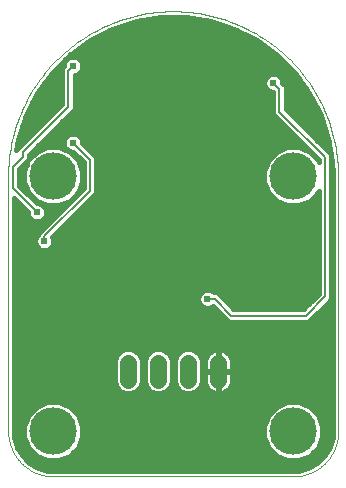
<source format=gbl>
G75*
%MOIN*%
%OFA0B0*%
%FSLAX25Y25*%
%IPPOS*%
%LPD*%
%AMOC8*
5,1,8,0,0,1.08239X$1,22.5*
%
%ADD10C,0.00000*%
%ADD11C,0.05543*%
%ADD12C,0.15811*%
%ADD13C,0.01600*%
%ADD14C,0.02400*%
%ADD15C,0.00600*%
D10*
X0006800Y0034006D02*
X0006800Y0119006D01*
X0006800Y0034006D02*
X0006804Y0033644D01*
X0006818Y0033281D01*
X0006839Y0032919D01*
X0006870Y0032558D01*
X0006909Y0032198D01*
X0006957Y0031839D01*
X0007014Y0031481D01*
X0007079Y0031124D01*
X0007153Y0030769D01*
X0007236Y0030416D01*
X0007327Y0030065D01*
X0007426Y0029717D01*
X0007534Y0029371D01*
X0007650Y0029027D01*
X0007775Y0028687D01*
X0007907Y0028350D01*
X0008048Y0028016D01*
X0008197Y0027685D01*
X0008354Y0027358D01*
X0008518Y0027035D01*
X0008690Y0026716D01*
X0008870Y0026402D01*
X0009058Y0026091D01*
X0009253Y0025786D01*
X0009455Y0025485D01*
X0009665Y0025189D01*
X0009881Y0024899D01*
X0010105Y0024613D01*
X0010335Y0024333D01*
X0010572Y0024059D01*
X0010816Y0023791D01*
X0011066Y0023528D01*
X0011322Y0023272D01*
X0011585Y0023022D01*
X0011853Y0022778D01*
X0012127Y0022541D01*
X0012407Y0022311D01*
X0012693Y0022087D01*
X0012983Y0021871D01*
X0013279Y0021661D01*
X0013580Y0021459D01*
X0013885Y0021264D01*
X0014196Y0021076D01*
X0014510Y0020896D01*
X0014829Y0020724D01*
X0015152Y0020560D01*
X0015479Y0020403D01*
X0015810Y0020254D01*
X0016144Y0020113D01*
X0016481Y0019981D01*
X0016821Y0019856D01*
X0017165Y0019740D01*
X0017511Y0019632D01*
X0017859Y0019533D01*
X0018210Y0019442D01*
X0018563Y0019359D01*
X0018918Y0019285D01*
X0019275Y0019220D01*
X0019633Y0019163D01*
X0019992Y0019115D01*
X0020352Y0019076D01*
X0020713Y0019045D01*
X0021075Y0019024D01*
X0021438Y0019010D01*
X0021800Y0019006D01*
X0101800Y0019006D01*
X0102162Y0019010D01*
X0102525Y0019024D01*
X0102887Y0019045D01*
X0103248Y0019076D01*
X0103608Y0019115D01*
X0103967Y0019163D01*
X0104325Y0019220D01*
X0104682Y0019285D01*
X0105037Y0019359D01*
X0105390Y0019442D01*
X0105741Y0019533D01*
X0106089Y0019632D01*
X0106435Y0019740D01*
X0106779Y0019856D01*
X0107119Y0019981D01*
X0107456Y0020113D01*
X0107790Y0020254D01*
X0108121Y0020403D01*
X0108448Y0020560D01*
X0108771Y0020724D01*
X0109090Y0020896D01*
X0109404Y0021076D01*
X0109715Y0021264D01*
X0110020Y0021459D01*
X0110321Y0021661D01*
X0110617Y0021871D01*
X0110907Y0022087D01*
X0111193Y0022311D01*
X0111473Y0022541D01*
X0111747Y0022778D01*
X0112015Y0023022D01*
X0112278Y0023272D01*
X0112534Y0023528D01*
X0112784Y0023791D01*
X0113028Y0024059D01*
X0113265Y0024333D01*
X0113495Y0024613D01*
X0113719Y0024899D01*
X0113935Y0025189D01*
X0114145Y0025485D01*
X0114347Y0025786D01*
X0114542Y0026091D01*
X0114730Y0026402D01*
X0114910Y0026716D01*
X0115082Y0027035D01*
X0115246Y0027358D01*
X0115403Y0027685D01*
X0115552Y0028016D01*
X0115693Y0028350D01*
X0115825Y0028687D01*
X0115950Y0029027D01*
X0116066Y0029371D01*
X0116174Y0029717D01*
X0116273Y0030065D01*
X0116364Y0030416D01*
X0116447Y0030769D01*
X0116521Y0031124D01*
X0116586Y0031481D01*
X0116643Y0031839D01*
X0116691Y0032198D01*
X0116730Y0032558D01*
X0116761Y0032919D01*
X0116782Y0033281D01*
X0116796Y0033644D01*
X0116800Y0034006D01*
X0116800Y0119006D01*
X0116784Y0120345D01*
X0116735Y0121684D01*
X0116653Y0123021D01*
X0116539Y0124355D01*
X0116393Y0125687D01*
X0116214Y0127014D01*
X0116003Y0128337D01*
X0115759Y0129654D01*
X0115484Y0130965D01*
X0115177Y0132268D01*
X0114838Y0133564D01*
X0114468Y0134851D01*
X0114067Y0136129D01*
X0113634Y0137397D01*
X0113171Y0138654D01*
X0112677Y0139899D01*
X0112153Y0141132D01*
X0111600Y0142351D01*
X0111016Y0143557D01*
X0110404Y0144748D01*
X0109763Y0145924D01*
X0109093Y0147084D01*
X0108395Y0148227D01*
X0107670Y0149353D01*
X0106917Y0150461D01*
X0106138Y0151551D01*
X0105332Y0152621D01*
X0104501Y0153671D01*
X0103644Y0154700D01*
X0102762Y0155709D01*
X0101857Y0156695D01*
X0100927Y0157659D01*
X0099974Y0158601D01*
X0098999Y0159519D01*
X0098001Y0160412D01*
X0096982Y0161282D01*
X0095942Y0162126D01*
X0094882Y0162944D01*
X0093802Y0163737D01*
X0092704Y0164503D01*
X0091586Y0165242D01*
X0090452Y0165954D01*
X0089300Y0166637D01*
X0088132Y0167293D01*
X0086948Y0167920D01*
X0085750Y0168518D01*
X0084537Y0169086D01*
X0083311Y0169625D01*
X0082072Y0170134D01*
X0080821Y0170612D01*
X0079558Y0171060D01*
X0078286Y0171477D01*
X0077003Y0171863D01*
X0075711Y0172218D01*
X0074411Y0172541D01*
X0073104Y0172832D01*
X0071790Y0173091D01*
X0070470Y0173318D01*
X0069145Y0173513D01*
X0067815Y0173676D01*
X0066482Y0173806D01*
X0065147Y0173904D01*
X0063809Y0173969D01*
X0062470Y0174002D01*
X0061130Y0174002D01*
X0059791Y0173969D01*
X0058453Y0173904D01*
X0057118Y0173806D01*
X0055785Y0173676D01*
X0054455Y0173513D01*
X0053130Y0173318D01*
X0051810Y0173091D01*
X0050496Y0172832D01*
X0049189Y0172541D01*
X0047889Y0172218D01*
X0046597Y0171863D01*
X0045314Y0171477D01*
X0044042Y0171060D01*
X0042779Y0170612D01*
X0041528Y0170134D01*
X0040289Y0169625D01*
X0039063Y0169086D01*
X0037850Y0168518D01*
X0036652Y0167920D01*
X0035468Y0167293D01*
X0034300Y0166637D01*
X0033148Y0165954D01*
X0032014Y0165242D01*
X0030896Y0164503D01*
X0029798Y0163737D01*
X0028718Y0162944D01*
X0027658Y0162126D01*
X0026618Y0161282D01*
X0025599Y0160412D01*
X0024601Y0159519D01*
X0023626Y0158601D01*
X0022673Y0157659D01*
X0021743Y0156695D01*
X0020838Y0155709D01*
X0019956Y0154700D01*
X0019099Y0153671D01*
X0018268Y0152621D01*
X0017462Y0151551D01*
X0016683Y0150461D01*
X0015930Y0149353D01*
X0015205Y0148227D01*
X0014507Y0147084D01*
X0013837Y0145924D01*
X0013196Y0144748D01*
X0012584Y0143557D01*
X0012000Y0142351D01*
X0011447Y0141132D01*
X0010923Y0139899D01*
X0010429Y0138654D01*
X0009966Y0137397D01*
X0009533Y0136129D01*
X0009132Y0134851D01*
X0008762Y0133564D01*
X0008423Y0132268D01*
X0008116Y0130965D01*
X0007841Y0129654D01*
X0007597Y0128337D01*
X0007386Y0127014D01*
X0007207Y0125687D01*
X0007061Y0124355D01*
X0006947Y0123021D01*
X0006865Y0121684D01*
X0006816Y0120345D01*
X0006800Y0119006D01*
D11*
X0046800Y0056778D02*
X0046800Y0051234D01*
X0056800Y0051234D02*
X0056800Y0056778D01*
X0066800Y0056778D02*
X0066800Y0051234D01*
X0076800Y0051234D02*
X0076800Y0056778D01*
D12*
X0101800Y0034006D03*
X0101800Y0119006D03*
X0021800Y0119006D03*
X0021800Y0034006D03*
D13*
X0013497Y0023801D02*
X0110103Y0023801D01*
X0109836Y0023534D02*
X0112272Y0025970D01*
X0113995Y0028954D01*
X0114887Y0032283D01*
X0115000Y0034006D01*
X0115000Y0119006D01*
X0114836Y0123180D01*
X0114500Y0125301D01*
X0114500Y0078136D01*
X0113270Y0076906D01*
X0106870Y0070506D01*
X0080330Y0070506D01*
X0079100Y0071736D01*
X0075036Y0075800D01*
X0074899Y0075663D01*
X0073797Y0075206D01*
X0072603Y0075206D01*
X0071501Y0075663D01*
X0070657Y0076507D01*
X0070200Y0077609D01*
X0070200Y0078803D01*
X0070657Y0079905D01*
X0071501Y0080749D01*
X0072603Y0081206D01*
X0073797Y0081206D01*
X0074899Y0080749D01*
X0075343Y0080306D01*
X0076470Y0080306D01*
X0082070Y0074706D01*
X0105130Y0074706D01*
X0110300Y0079876D01*
X0110300Y0114165D01*
X0110028Y0113508D01*
X0107298Y0110778D01*
X0103731Y0109300D01*
X0099869Y0109300D01*
X0096302Y0110778D01*
X0093572Y0113508D01*
X0092094Y0117075D01*
X0092094Y0120936D01*
X0093572Y0124504D01*
X0096302Y0127234D01*
X0099869Y0128711D01*
X0103731Y0128711D01*
X0107298Y0127234D01*
X0110028Y0124504D01*
X0110300Y0123847D01*
X0110300Y0124536D01*
X0096330Y0138506D01*
X0095100Y0139736D01*
X0095100Y0147206D01*
X0094603Y0147206D01*
X0093501Y0147663D01*
X0092657Y0148507D01*
X0092200Y0149609D01*
X0092200Y0150803D01*
X0092657Y0151905D01*
X0093501Y0152749D01*
X0094603Y0153206D01*
X0095797Y0153206D01*
X0096899Y0152749D01*
X0097743Y0151905D01*
X0098200Y0150803D01*
X0098200Y0150176D01*
X0099300Y0149076D01*
X0099300Y0141476D01*
X0114317Y0126459D01*
X0113530Y0131425D01*
X0110950Y0139365D01*
X0107160Y0146803D01*
X0107160Y0146803D01*
X0102254Y0153557D01*
X0102254Y0153557D01*
X0096351Y0159459D01*
X0089597Y0164366D01*
X0082159Y0168156D01*
X0074219Y0170736D01*
X0065974Y0172042D01*
X0057626Y0172042D01*
X0049381Y0170736D01*
X0041441Y0168156D01*
X0034003Y0164366D01*
X0027249Y0159459D01*
X0021346Y0153557D01*
X0016440Y0146803D01*
X0012650Y0139365D01*
X0010070Y0131425D01*
X0009509Y0127885D01*
X0024700Y0143076D01*
X0024700Y0155076D01*
X0025400Y0155776D01*
X0025400Y0156403D01*
X0025857Y0157505D01*
X0026701Y0158349D01*
X0027803Y0158806D01*
X0028997Y0158806D01*
X0030099Y0158349D01*
X0030943Y0157505D01*
X0031400Y0156403D01*
X0031400Y0155209D01*
X0030943Y0154107D01*
X0030099Y0153263D01*
X0028997Y0152806D01*
X0028900Y0152806D01*
X0028900Y0141336D01*
X0027670Y0140106D01*
X0013700Y0126136D01*
X0013700Y0124632D01*
X0016302Y0127234D01*
X0019869Y0128711D01*
X0023731Y0128711D01*
X0027298Y0127234D01*
X0030028Y0124504D01*
X0031505Y0120936D01*
X0031505Y0117075D01*
X0030028Y0113508D01*
X0027298Y0110778D01*
X0023731Y0109300D01*
X0019869Y0109300D01*
X0016302Y0110778D01*
X0013572Y0113508D01*
X0012094Y0117075D01*
X0012094Y0120936D01*
X0013505Y0124341D01*
X0012470Y0123306D01*
X0010500Y0121336D01*
X0010500Y0115876D01*
X0016370Y0110006D01*
X0016997Y0110006D01*
X0018099Y0109549D01*
X0018943Y0108705D01*
X0019400Y0107603D01*
X0019400Y0106409D01*
X0018943Y0105307D01*
X0018099Y0104463D01*
X0016997Y0104006D01*
X0015803Y0104006D01*
X0014701Y0104463D01*
X0013857Y0105307D01*
X0013400Y0106409D01*
X0013400Y0107036D01*
X0008600Y0111836D01*
X0008600Y0034006D01*
X0008713Y0032283D01*
X0009605Y0028954D01*
X0011328Y0025970D01*
X0013764Y0023534D01*
X0016749Y0021811D01*
X0020077Y0020919D01*
X0021800Y0020806D01*
X0101800Y0020806D01*
X0103523Y0020919D01*
X0106851Y0021811D01*
X0109836Y0023534D01*
X0108518Y0026998D02*
X0112866Y0026998D01*
X0113789Y0028597D02*
X0110065Y0028597D01*
X0110028Y0028508D02*
X0111505Y0032075D01*
X0111505Y0035936D01*
X0110028Y0039504D01*
X0107298Y0042234D01*
X0103731Y0043711D01*
X0099869Y0043711D01*
X0096302Y0042234D01*
X0093572Y0039504D01*
X0092094Y0035936D01*
X0092094Y0032075D01*
X0093572Y0028508D01*
X0096302Y0025778D01*
X0099869Y0024300D01*
X0103731Y0024300D01*
X0107298Y0025778D01*
X0110028Y0028508D01*
X0110727Y0030195D02*
X0114328Y0030195D01*
X0114756Y0031794D02*
X0111389Y0031794D01*
X0111505Y0033393D02*
X0114960Y0033393D01*
X0115000Y0034991D02*
X0111505Y0034991D01*
X0111235Y0036590D02*
X0115000Y0036590D01*
X0115000Y0038188D02*
X0110573Y0038188D01*
X0109745Y0039787D02*
X0115000Y0039787D01*
X0115000Y0041385D02*
X0108146Y0041385D01*
X0105488Y0042984D02*
X0115000Y0042984D01*
X0115000Y0044582D02*
X0008600Y0044582D01*
X0008600Y0042984D02*
X0018112Y0042984D01*
X0019869Y0043711D02*
X0016302Y0042234D01*
X0013572Y0039504D01*
X0012094Y0035936D01*
X0012094Y0032075D01*
X0013572Y0028508D01*
X0016302Y0025778D01*
X0019869Y0024300D01*
X0023731Y0024300D01*
X0027298Y0025778D01*
X0030028Y0028508D01*
X0031505Y0032075D01*
X0031505Y0035936D01*
X0030028Y0039504D01*
X0027298Y0042234D01*
X0023731Y0043711D01*
X0019869Y0043711D01*
X0015453Y0041385D02*
X0008600Y0041385D01*
X0008600Y0039787D02*
X0013855Y0039787D01*
X0013027Y0038188D02*
X0008600Y0038188D01*
X0008600Y0036590D02*
X0012365Y0036590D01*
X0012094Y0034991D02*
X0008600Y0034991D01*
X0008640Y0033393D02*
X0012094Y0033393D01*
X0012211Y0031794D02*
X0008844Y0031794D01*
X0009272Y0030195D02*
X0012873Y0030195D01*
X0013535Y0028597D02*
X0009811Y0028597D01*
X0010734Y0026998D02*
X0015082Y0026998D01*
X0017215Y0025400D02*
X0011898Y0025400D01*
X0016069Y0022203D02*
X0107531Y0022203D01*
X0106385Y0025400D02*
X0111702Y0025400D01*
X0115000Y0046181D02*
X0008600Y0046181D01*
X0008600Y0047779D02*
X0043790Y0047779D01*
X0044210Y0047359D02*
X0045891Y0046663D01*
X0047709Y0046663D01*
X0049390Y0047359D01*
X0050676Y0048645D01*
X0051372Y0050325D01*
X0051372Y0057687D01*
X0050676Y0059367D01*
X0049390Y0060653D01*
X0047709Y0061349D01*
X0045891Y0061349D01*
X0044210Y0060653D01*
X0042924Y0059367D01*
X0042228Y0057687D01*
X0042228Y0050325D01*
X0042924Y0048645D01*
X0044210Y0047359D01*
X0042621Y0049378D02*
X0008600Y0049378D01*
X0008600Y0050976D02*
X0042228Y0050976D01*
X0042228Y0052575D02*
X0008600Y0052575D01*
X0008600Y0054173D02*
X0042228Y0054173D01*
X0042228Y0055772D02*
X0008600Y0055772D01*
X0008600Y0057370D02*
X0042228Y0057370D01*
X0042759Y0058969D02*
X0008600Y0058969D01*
X0008600Y0060567D02*
X0044124Y0060567D01*
X0049476Y0060567D02*
X0054124Y0060567D01*
X0054210Y0060653D02*
X0052924Y0059367D01*
X0052228Y0057687D01*
X0052228Y0050325D01*
X0052924Y0048645D01*
X0054210Y0047359D01*
X0055891Y0046663D01*
X0057709Y0046663D01*
X0059390Y0047359D01*
X0060676Y0048645D01*
X0061372Y0050325D01*
X0061372Y0057687D01*
X0060676Y0059367D01*
X0059390Y0060653D01*
X0057709Y0061349D01*
X0055891Y0061349D01*
X0054210Y0060653D01*
X0052759Y0058969D02*
X0050841Y0058969D01*
X0051372Y0057370D02*
X0052228Y0057370D01*
X0052228Y0055772D02*
X0051372Y0055772D01*
X0051372Y0054173D02*
X0052228Y0054173D01*
X0052228Y0052575D02*
X0051372Y0052575D01*
X0051372Y0050976D02*
X0052228Y0050976D01*
X0052621Y0049378D02*
X0050979Y0049378D01*
X0049810Y0047779D02*
X0053790Y0047779D01*
X0059810Y0047779D02*
X0063790Y0047779D01*
X0064210Y0047359D02*
X0065891Y0046663D01*
X0067709Y0046663D01*
X0069390Y0047359D01*
X0070676Y0048645D01*
X0071372Y0050325D01*
X0071372Y0057687D01*
X0070676Y0059367D01*
X0069390Y0060653D01*
X0067709Y0061349D01*
X0065891Y0061349D01*
X0064210Y0060653D01*
X0062924Y0059367D01*
X0062228Y0057687D01*
X0062228Y0050325D01*
X0062924Y0048645D01*
X0064210Y0047359D01*
X0062621Y0049378D02*
X0060979Y0049378D01*
X0061372Y0050976D02*
X0062228Y0050976D01*
X0062228Y0052575D02*
X0061372Y0052575D01*
X0061372Y0054173D02*
X0062228Y0054173D01*
X0062228Y0055772D02*
X0061372Y0055772D01*
X0061372Y0057370D02*
X0062228Y0057370D01*
X0062759Y0058969D02*
X0060841Y0058969D01*
X0059476Y0060567D02*
X0064124Y0060567D01*
X0069476Y0060567D02*
X0074238Y0060567D01*
X0074404Y0060688D02*
X0073822Y0060265D01*
X0073313Y0059756D01*
X0072890Y0059174D01*
X0072563Y0058532D01*
X0072341Y0057848D01*
X0072228Y0057137D01*
X0072228Y0054092D01*
X0076714Y0054092D01*
X0076714Y0061349D01*
X0076440Y0061349D01*
X0075729Y0061237D01*
X0075045Y0061014D01*
X0074404Y0060688D01*
X0076714Y0060567D02*
X0076886Y0060567D01*
X0076886Y0061349D02*
X0076886Y0054092D01*
X0076714Y0054092D01*
X0076714Y0053920D01*
X0072228Y0053920D01*
X0072228Y0050874D01*
X0072341Y0050164D01*
X0072563Y0049479D01*
X0072890Y0048838D01*
X0073313Y0048256D01*
X0073822Y0047747D01*
X0074404Y0047324D01*
X0075045Y0046998D01*
X0075729Y0046775D01*
X0076440Y0046663D01*
X0076714Y0046663D01*
X0076714Y0053920D01*
X0076886Y0053920D01*
X0076886Y0054092D01*
X0081372Y0054092D01*
X0081372Y0057137D01*
X0081259Y0057848D01*
X0081037Y0058532D01*
X0080710Y0059174D01*
X0080287Y0059756D01*
X0079778Y0060265D01*
X0079196Y0060688D01*
X0078555Y0061014D01*
X0077871Y0061237D01*
X0077160Y0061349D01*
X0076886Y0061349D01*
X0076886Y0058969D02*
X0076714Y0058969D01*
X0076714Y0057370D02*
X0076886Y0057370D01*
X0076886Y0055772D02*
X0076714Y0055772D01*
X0076714Y0054173D02*
X0076886Y0054173D01*
X0076886Y0053920D02*
X0081372Y0053920D01*
X0081372Y0050874D01*
X0081259Y0050164D01*
X0081037Y0049479D01*
X0080710Y0048838D01*
X0080287Y0048256D01*
X0079778Y0047747D01*
X0079196Y0047324D01*
X0078555Y0046998D01*
X0077871Y0046775D01*
X0077160Y0046663D01*
X0076886Y0046663D01*
X0076886Y0053920D01*
X0076886Y0052575D02*
X0076714Y0052575D01*
X0076714Y0050976D02*
X0076886Y0050976D01*
X0076886Y0049378D02*
X0076714Y0049378D01*
X0076714Y0047779D02*
X0076886Y0047779D01*
X0079810Y0047779D02*
X0115000Y0047779D01*
X0115000Y0049378D02*
X0080985Y0049378D01*
X0081372Y0050976D02*
X0115000Y0050976D01*
X0115000Y0052575D02*
X0081372Y0052575D01*
X0081372Y0054173D02*
X0115000Y0054173D01*
X0115000Y0055772D02*
X0081372Y0055772D01*
X0081335Y0057370D02*
X0115000Y0057370D01*
X0115000Y0058969D02*
X0080814Y0058969D01*
X0079362Y0060567D02*
X0115000Y0060567D01*
X0115000Y0062166D02*
X0008600Y0062166D01*
X0008600Y0063764D02*
X0115000Y0063764D01*
X0115000Y0065363D02*
X0008600Y0065363D01*
X0008600Y0066961D02*
X0115000Y0066961D01*
X0115000Y0068560D02*
X0008600Y0068560D01*
X0008600Y0070158D02*
X0115000Y0070158D01*
X0115000Y0071757D02*
X0108121Y0071757D01*
X0109719Y0073355D02*
X0115000Y0073355D01*
X0115000Y0074954D02*
X0111318Y0074954D01*
X0112916Y0076552D02*
X0115000Y0076552D01*
X0115000Y0078151D02*
X0114500Y0078151D01*
X0114500Y0079749D02*
X0115000Y0079749D01*
X0115000Y0081348D02*
X0114500Y0081348D01*
X0114500Y0082946D02*
X0115000Y0082946D01*
X0115000Y0084545D02*
X0114500Y0084545D01*
X0114500Y0086143D02*
X0115000Y0086143D01*
X0115000Y0087742D02*
X0114500Y0087742D01*
X0114500Y0089340D02*
X0115000Y0089340D01*
X0115000Y0090939D02*
X0114500Y0090939D01*
X0114500Y0092537D02*
X0115000Y0092537D01*
X0115000Y0094136D02*
X0114500Y0094136D01*
X0114500Y0095734D02*
X0115000Y0095734D01*
X0115000Y0097333D02*
X0114500Y0097333D01*
X0114500Y0098931D02*
X0115000Y0098931D01*
X0115000Y0100530D02*
X0114500Y0100530D01*
X0114500Y0102128D02*
X0115000Y0102128D01*
X0115000Y0103727D02*
X0114500Y0103727D01*
X0114500Y0105326D02*
X0115000Y0105326D01*
X0115000Y0106924D02*
X0114500Y0106924D01*
X0114500Y0108523D02*
X0115000Y0108523D01*
X0115000Y0110121D02*
X0114500Y0110121D01*
X0114500Y0111720D02*
X0115000Y0111720D01*
X0115000Y0113318D02*
X0114500Y0113318D01*
X0114500Y0114917D02*
X0115000Y0114917D01*
X0115000Y0116515D02*
X0114500Y0116515D01*
X0114500Y0118114D02*
X0115000Y0118114D01*
X0114972Y0119712D02*
X0114500Y0119712D01*
X0114500Y0121311D02*
X0114909Y0121311D01*
X0114847Y0122909D02*
X0114500Y0122909D01*
X0114500Y0124508D02*
X0114626Y0124508D01*
X0114119Y0127705D02*
X0113071Y0127705D01*
X0113866Y0129303D02*
X0111473Y0129303D01*
X0109874Y0130902D02*
X0113613Y0130902D01*
X0113181Y0132500D02*
X0108276Y0132500D01*
X0106677Y0134099D02*
X0112661Y0134099D01*
X0112142Y0135697D02*
X0105079Y0135697D01*
X0103480Y0137296D02*
X0111623Y0137296D01*
X0111103Y0138894D02*
X0101881Y0138894D01*
X0100283Y0140493D02*
X0110376Y0140493D01*
X0109561Y0142091D02*
X0099300Y0142091D01*
X0099300Y0143690D02*
X0108747Y0143690D01*
X0107932Y0145288D02*
X0099300Y0145288D01*
X0099300Y0146887D02*
X0107099Y0146887D01*
X0105938Y0148485D02*
X0099300Y0148485D01*
X0098292Y0150084D02*
X0104777Y0150084D01*
X0103615Y0151682D02*
X0097836Y0151682D01*
X0100931Y0154879D02*
X0031263Y0154879D01*
X0031369Y0156478D02*
X0099332Y0156478D01*
X0097734Y0158076D02*
X0030372Y0158076D01*
X0029746Y0161273D02*
X0093854Y0161273D01*
X0091654Y0162872D02*
X0031946Y0162872D01*
X0034207Y0164470D02*
X0089393Y0164470D01*
X0086255Y0166069D02*
X0037345Y0166069D01*
X0040482Y0167667D02*
X0083118Y0167667D01*
X0078744Y0169266D02*
X0044856Y0169266D01*
X0050192Y0170864D02*
X0073408Y0170864D01*
X0092564Y0151682D02*
X0028900Y0151682D01*
X0028900Y0150084D02*
X0092200Y0150084D01*
X0092678Y0148485D02*
X0028900Y0148485D01*
X0028900Y0146887D02*
X0095100Y0146887D01*
X0095100Y0145288D02*
X0028900Y0145288D01*
X0028900Y0143690D02*
X0095100Y0143690D01*
X0095100Y0142091D02*
X0028900Y0142091D01*
X0028057Y0140493D02*
X0095100Y0140493D01*
X0095942Y0138894D02*
X0026458Y0138894D01*
X0024860Y0137296D02*
X0097540Y0137296D01*
X0099139Y0135697D02*
X0023261Y0135697D01*
X0021663Y0134099D02*
X0100737Y0134099D01*
X0102336Y0132500D02*
X0030348Y0132500D01*
X0030099Y0132749D02*
X0028997Y0133206D01*
X0027803Y0133206D01*
X0026701Y0132749D01*
X0025857Y0131905D01*
X0025400Y0130803D01*
X0025400Y0129609D01*
X0025857Y0128507D01*
X0026701Y0127663D01*
X0027803Y0127206D01*
X0028430Y0127206D01*
X0031900Y0123736D01*
X0031900Y0115076D01*
X0016700Y0099876D01*
X0016700Y0099549D01*
X0016257Y0099105D01*
X0015800Y0098003D01*
X0015800Y0096809D01*
X0016257Y0095707D01*
X0017101Y0094863D01*
X0018203Y0094406D01*
X0019397Y0094406D01*
X0020499Y0094863D01*
X0021343Y0095707D01*
X0021800Y0096809D01*
X0021800Y0098003D01*
X0021497Y0098733D01*
X0034870Y0112106D01*
X0036100Y0113336D01*
X0036100Y0125476D01*
X0031400Y0130176D01*
X0031400Y0130803D01*
X0030943Y0131905D01*
X0030099Y0132749D01*
X0031359Y0130902D02*
X0103934Y0130902D01*
X0105533Y0129303D02*
X0032273Y0129303D01*
X0033871Y0127705D02*
X0097439Y0127705D01*
X0095175Y0126106D02*
X0035470Y0126106D01*
X0036100Y0124508D02*
X0093576Y0124508D01*
X0092912Y0122909D02*
X0036100Y0122909D01*
X0036100Y0121311D02*
X0092249Y0121311D01*
X0092094Y0119712D02*
X0036100Y0119712D01*
X0036100Y0118114D02*
X0092094Y0118114D01*
X0092327Y0116515D02*
X0036100Y0116515D01*
X0036100Y0114917D02*
X0092989Y0114917D01*
X0093762Y0113318D02*
X0036082Y0113318D01*
X0034483Y0111720D02*
X0095361Y0111720D01*
X0097888Y0110121D02*
X0032885Y0110121D01*
X0031286Y0108523D02*
X0110300Y0108523D01*
X0110300Y0110121D02*
X0105712Y0110121D01*
X0108239Y0111720D02*
X0110300Y0111720D01*
X0110300Y0113318D02*
X0109838Y0113318D01*
X0110300Y0106924D02*
X0029688Y0106924D01*
X0028089Y0105326D02*
X0110300Y0105326D01*
X0110300Y0103727D02*
X0026491Y0103727D01*
X0024892Y0102128D02*
X0110300Y0102128D01*
X0110300Y0100530D02*
X0023294Y0100530D01*
X0021695Y0098931D02*
X0110300Y0098931D01*
X0110300Y0097333D02*
X0021800Y0097333D01*
X0021355Y0095734D02*
X0110300Y0095734D01*
X0110300Y0094136D02*
X0008600Y0094136D01*
X0008600Y0095734D02*
X0016245Y0095734D01*
X0015800Y0097333D02*
X0008600Y0097333D01*
X0008600Y0098931D02*
X0016185Y0098931D01*
X0017354Y0100530D02*
X0008600Y0100530D01*
X0008600Y0102128D02*
X0018953Y0102128D01*
X0020551Y0103727D02*
X0008600Y0103727D01*
X0008600Y0105326D02*
X0013849Y0105326D01*
X0013400Y0106924D02*
X0008600Y0106924D01*
X0008600Y0108523D02*
X0011914Y0108523D01*
X0010315Y0110121D02*
X0008600Y0110121D01*
X0008600Y0111720D02*
X0008716Y0111720D01*
X0011459Y0114917D02*
X0012989Y0114917D01*
X0013058Y0113318D02*
X0013762Y0113318D01*
X0014656Y0111720D02*
X0015361Y0111720D01*
X0016255Y0110121D02*
X0017888Y0110121D01*
X0019019Y0108523D02*
X0025347Y0108523D01*
X0025712Y0110121D02*
X0026945Y0110121D01*
X0028239Y0111720D02*
X0028544Y0111720D01*
X0029838Y0113318D02*
X0030142Y0113318D01*
X0030611Y0114917D02*
X0031741Y0114917D01*
X0031900Y0116515D02*
X0031273Y0116515D01*
X0031505Y0118114D02*
X0031900Y0118114D01*
X0031900Y0119712D02*
X0031505Y0119712D01*
X0031351Y0121311D02*
X0031900Y0121311D01*
X0031900Y0122909D02*
X0030688Y0122909D01*
X0031128Y0124508D02*
X0030024Y0124508D01*
X0029530Y0126106D02*
X0028425Y0126106D01*
X0026659Y0127705D02*
X0026161Y0127705D01*
X0025527Y0129303D02*
X0016867Y0129303D01*
X0017439Y0127705D02*
X0015269Y0127705D01*
X0015175Y0126106D02*
X0013700Y0126106D01*
X0012912Y0122909D02*
X0012073Y0122909D01*
X0012249Y0121311D02*
X0010500Y0121311D01*
X0010500Y0119712D02*
X0012094Y0119712D01*
X0012094Y0118114D02*
X0010500Y0118114D01*
X0010500Y0116515D02*
X0012327Y0116515D01*
X0019400Y0106924D02*
X0023748Y0106924D01*
X0022150Y0105326D02*
X0018951Y0105326D01*
X0008600Y0092537D02*
X0110300Y0092537D01*
X0110300Y0090939D02*
X0008600Y0090939D01*
X0008600Y0089340D02*
X0110300Y0089340D01*
X0110300Y0087742D02*
X0008600Y0087742D01*
X0008600Y0086143D02*
X0110300Y0086143D01*
X0110300Y0084545D02*
X0008600Y0084545D01*
X0008600Y0082946D02*
X0110300Y0082946D01*
X0110300Y0081348D02*
X0008600Y0081348D01*
X0008600Y0079749D02*
X0070592Y0079749D01*
X0070200Y0078151D02*
X0008600Y0078151D01*
X0008600Y0076552D02*
X0070638Y0076552D01*
X0075882Y0074954D02*
X0008600Y0074954D01*
X0008600Y0073355D02*
X0077481Y0073355D01*
X0079079Y0071757D02*
X0008600Y0071757D01*
X0025488Y0042984D02*
X0098112Y0042984D01*
X0095453Y0041385D02*
X0028146Y0041385D01*
X0029745Y0039787D02*
X0093855Y0039787D01*
X0093027Y0038188D02*
X0030573Y0038188D01*
X0031235Y0036590D02*
X0092365Y0036590D01*
X0092094Y0034991D02*
X0031505Y0034991D01*
X0031505Y0033393D02*
X0092094Y0033393D01*
X0092211Y0031794D02*
X0031389Y0031794D01*
X0030727Y0030195D02*
X0092873Y0030195D01*
X0093535Y0028597D02*
X0030065Y0028597D01*
X0028518Y0026998D02*
X0095082Y0026998D01*
X0097215Y0025400D02*
X0026385Y0025400D01*
X0069810Y0047779D02*
X0073790Y0047779D01*
X0072615Y0049378D02*
X0070979Y0049378D01*
X0071372Y0050976D02*
X0072228Y0050976D01*
X0072228Y0052575D02*
X0071372Y0052575D01*
X0071372Y0054173D02*
X0072228Y0054173D01*
X0072228Y0055772D02*
X0071372Y0055772D01*
X0071372Y0057370D02*
X0072265Y0057370D01*
X0072786Y0058969D02*
X0070841Y0058969D01*
X0080223Y0076552D02*
X0106977Y0076552D01*
X0108575Y0078151D02*
X0078625Y0078151D01*
X0077026Y0079749D02*
X0110174Y0079749D01*
X0105378Y0074954D02*
X0081822Y0074954D01*
X0108425Y0126106D02*
X0108730Y0126106D01*
X0107131Y0127705D02*
X0106161Y0127705D01*
X0110024Y0124508D02*
X0110300Y0124508D01*
X0102454Y0153281D02*
X0030118Y0153281D01*
X0026428Y0158076D02*
X0025866Y0158076D01*
X0025431Y0156478D02*
X0024268Y0156478D01*
X0024700Y0154879D02*
X0022669Y0154879D01*
X0021146Y0153281D02*
X0024700Y0153281D01*
X0024700Y0151682D02*
X0019985Y0151682D01*
X0018823Y0150084D02*
X0024700Y0150084D01*
X0024700Y0148485D02*
X0017662Y0148485D01*
X0016501Y0146887D02*
X0024700Y0146887D01*
X0024700Y0145288D02*
X0015668Y0145288D01*
X0014853Y0143690D02*
X0024700Y0143690D01*
X0023716Y0142091D02*
X0014039Y0142091D01*
X0013224Y0140493D02*
X0022117Y0140493D01*
X0020519Y0138894D02*
X0012497Y0138894D01*
X0011977Y0137296D02*
X0018920Y0137296D01*
X0017321Y0135697D02*
X0011458Y0135697D01*
X0010939Y0134099D02*
X0015723Y0134099D01*
X0014124Y0132500D02*
X0010419Y0132500D01*
X0009987Y0130902D02*
X0012526Y0130902D01*
X0010927Y0129303D02*
X0009734Y0129303D01*
X0018466Y0130902D02*
X0025441Y0130902D01*
X0026452Y0132500D02*
X0020064Y0132500D01*
X0027546Y0159675D02*
X0096054Y0159675D01*
D14*
X0095200Y0150206D03*
X0062000Y0137206D03*
X0073200Y0078206D03*
X0028400Y0130206D03*
X0016400Y0107006D03*
X0018800Y0097406D03*
X0028400Y0155806D03*
D15*
X0026800Y0154206D01*
X0026800Y0142206D01*
X0011600Y0127006D01*
X0011600Y0125406D01*
X0008400Y0122206D01*
X0008400Y0115006D01*
X0016400Y0107006D01*
X0018800Y0099006D02*
X0034000Y0114206D01*
X0034000Y0124606D01*
X0028400Y0130206D01*
X0018800Y0099006D02*
X0018800Y0097406D01*
X0073200Y0078206D02*
X0075600Y0078206D01*
X0081200Y0072606D01*
X0106000Y0072606D01*
X0112400Y0079006D01*
X0112400Y0125406D01*
X0097200Y0140606D01*
X0097200Y0148206D01*
X0095200Y0150206D01*
M02*

</source>
